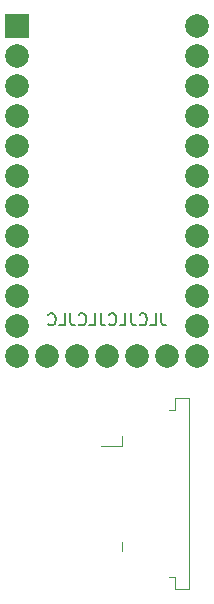
<source format=gbr>
%TF.GenerationSoftware,KiCad,Pcbnew,(6.0.4)*%
%TF.CreationDate,2024-05-03T20:31:11-07:00*%
%TF.ProjectId,right_staggered,72696768-745f-4737-9461-676765726564,v1.0.0*%
%TF.SameCoordinates,Original*%
%TF.FileFunction,Legend,Bot*%
%TF.FilePolarity,Positive*%
%FSLAX46Y46*%
G04 Gerber Fmt 4.6, Leading zero omitted, Abs format (unit mm)*
G04 Created by KiCad (PCBNEW (6.0.4)) date 2024-05-03 20:31:11*
%MOMM*%
%LPD*%
G01*
G04 APERTURE LIST*
%ADD10C,0.150000*%
%ADD11C,0.120000*%
%ADD12R,2.000000X2.000000*%
%ADD13C,2.000000*%
G04 APERTURE END LIST*
D10*
X133619047Y-120352380D02*
X133619047Y-121066666D01*
X133666666Y-121209523D01*
X133761904Y-121304761D01*
X133904761Y-121352380D01*
X134000000Y-121352380D01*
X132666666Y-121352380D02*
X133142857Y-121352380D01*
X133142857Y-120352380D01*
X131761904Y-121257142D02*
X131809523Y-121304761D01*
X131952380Y-121352380D01*
X132047619Y-121352380D01*
X132190476Y-121304761D01*
X132285714Y-121209523D01*
X132333333Y-121114285D01*
X132380952Y-120923809D01*
X132380952Y-120780952D01*
X132333333Y-120590476D01*
X132285714Y-120495238D01*
X132190476Y-120400000D01*
X132047619Y-120352380D01*
X131952380Y-120352380D01*
X131809523Y-120400000D01*
X131761904Y-120447619D01*
X131047619Y-120352380D02*
X131047619Y-121066666D01*
X131095238Y-121209523D01*
X131190476Y-121304761D01*
X131333333Y-121352380D01*
X131428571Y-121352380D01*
X130095238Y-121352380D02*
X130571428Y-121352380D01*
X130571428Y-120352380D01*
X129190476Y-121257142D02*
X129238095Y-121304761D01*
X129380952Y-121352380D01*
X129476190Y-121352380D01*
X129619047Y-121304761D01*
X129714285Y-121209523D01*
X129761904Y-121114285D01*
X129809523Y-120923809D01*
X129809523Y-120780952D01*
X129761904Y-120590476D01*
X129714285Y-120495238D01*
X129619047Y-120400000D01*
X129476190Y-120352380D01*
X129380952Y-120352380D01*
X129238095Y-120400000D01*
X129190476Y-120447619D01*
X128476190Y-120352380D02*
X128476190Y-121066666D01*
X128523809Y-121209523D01*
X128619047Y-121304761D01*
X128761904Y-121352380D01*
X128857142Y-121352380D01*
X127523809Y-121352380D02*
X128000000Y-121352380D01*
X128000000Y-120352380D01*
X126619047Y-121257142D02*
X126666666Y-121304761D01*
X126809523Y-121352380D01*
X126904761Y-121352380D01*
X127047619Y-121304761D01*
X127142857Y-121209523D01*
X127190476Y-121114285D01*
X127238095Y-120923809D01*
X127238095Y-120780952D01*
X127190476Y-120590476D01*
X127142857Y-120495238D01*
X127047619Y-120400000D01*
X126904761Y-120352380D01*
X126809523Y-120352380D01*
X126666666Y-120400000D01*
X126619047Y-120447619D01*
X125904761Y-120352380D02*
X125904761Y-121066666D01*
X125952380Y-121209523D01*
X126047619Y-121304761D01*
X126190476Y-121352380D01*
X126285714Y-121352380D01*
X124952380Y-121352380D02*
X125428571Y-121352380D01*
X125428571Y-120352380D01*
X124047619Y-121257142D02*
X124095238Y-121304761D01*
X124238095Y-121352380D01*
X124333333Y-121352380D01*
X124476190Y-121304761D01*
X124571428Y-121209523D01*
X124619047Y-121114285D01*
X124666666Y-120923809D01*
X124666666Y-120780952D01*
X124619047Y-120590476D01*
X124571428Y-120495238D01*
X124476190Y-120400000D01*
X124333333Y-120352380D01*
X124238095Y-120352380D01*
X124095238Y-120400000D01*
X124047619Y-120447619D01*
%TO.C,*%
D11*
X134800000Y-127530000D02*
X134800000Y-128555000D01*
X130290000Y-130710000D02*
X130290000Y-131535000D01*
X135910000Y-143670000D02*
X135910000Y-127530000D01*
X134260000Y-142645000D02*
X134800000Y-142645000D01*
X135910000Y-127530000D02*
X134800000Y-127530000D01*
X134800000Y-128555000D02*
X134260000Y-128555000D01*
X130290000Y-139665000D02*
X130290000Y-140490000D01*
X130290000Y-131535000D02*
X128490000Y-131535000D01*
X134800000Y-142645000D02*
X134800000Y-143670000D01*
X134800000Y-143670000D02*
X135910000Y-143670000D01*
%TD*%
D12*
%TO.C,*%
X121380000Y-96030000D03*
D13*
X121380000Y-98570000D03*
X121380000Y-101110000D03*
X121380000Y-103650000D03*
X121380000Y-106190000D03*
X121380000Y-108730000D03*
X121380000Y-111270000D03*
X121380000Y-113810000D03*
X121380000Y-116350000D03*
X121380000Y-118890000D03*
X121380000Y-121430000D03*
X121380000Y-123970000D03*
X136620000Y-123970000D03*
X136620000Y-121430000D03*
X136620000Y-118890000D03*
X136620000Y-116350000D03*
X136620000Y-113810000D03*
X136620000Y-111270000D03*
X136620000Y-108730000D03*
X136620000Y-106190000D03*
X136620000Y-103650000D03*
X136620000Y-101110000D03*
X136620000Y-98570000D03*
X136620000Y-96030000D03*
X123920000Y-123970000D03*
X126460000Y-123970000D03*
X129000000Y-123970000D03*
X131540000Y-123970000D03*
X134080000Y-123970000D03*
%TD*%
M02*

</source>
